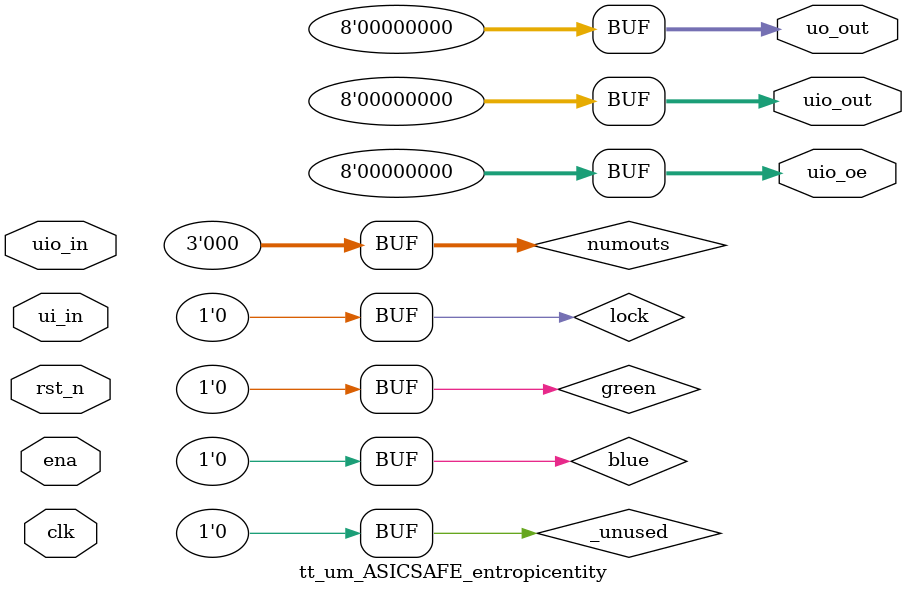
<source format=v>
/*
 * Copyright (c) 2024 Alexander Singer
 * SPDX-License-Identifier: Apache-2.0
 */

`default_nettype none

module tt_um_ASICSAFE_entropicentity (
    input  wire [7:0] ui_in,    // Dedicated inputs
    output wire [7:0] uo_out,   // Dedicated outputs
    input  wire [7:0] uio_in,   // IOs: Input path
    output wire [7:0] uio_out,  // IOs: Output path
    output wire [7:0] uio_oe,   // IOs: Enable path (active high: 0=input, 1=output)
    input  wire       ena,      // always 1 when the design is powered, so you can ignore it
    input  wire       clk,      // clock
    input  wire       rst_n     // reset_n - low to reset
);
  // All output pins must be assigned. If not used, assign to 0.
  assign uo_out  = 0;  // Example: ou_out is the sum of ui_in and uio_in
  assign uio_out = 0;
  assign uio_oe  = 0;

  // List all unused inputs to prevent warnings
  wire _unused = &{uio_in[7:4], ena, clk, rst_n, 1'b0};

    wire c1;
    wire c2;

    wire green;
    wire blue;
    wire lock;

    wire [3:0] dataline;

    wire [3:0] numins;
    wire [2:0] numouts;

    assign uio_out[2:0] = numouts;
    assign uio_out[3] = lock;
    assign uio_out[4] = green;
    assign uio_out[5] = blue;
    assign uio_out[7:6] = 2'b00;

  clockboss u_clockboss (
    .clk(clk),
    .rst(~rst_n),
    .c1(c1),
    .c2(c2)
  );

  membranedriver u_membranedriver (
    .clk(c1),
    .rst(~rst_n),
    .in0(uio_in[0]),
    .in1(uio_in[1]),
    .in2(uio_in[2]),
    .in3(uio_in[3]),
    .out0(numouts[0]),
    .out1(numouts[1]),
    .out2(numouts[2]),
    .data_out(dataline)
  );

  safecontrol u_safecontrol (
    .clk(c2),
    .rst(~rst_n),
    .invalue(dataline),
    .lock(lock),
    .green(green),
    .blue(blue)
  );



endmodule

</source>
